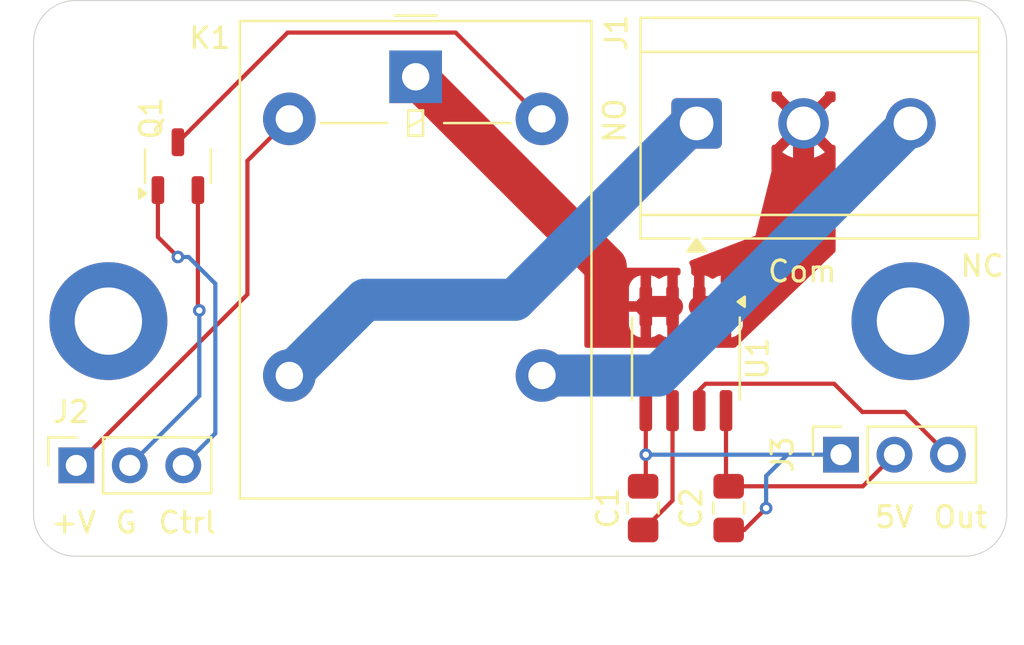
<source format=kicad_pcb>
(kicad_pcb (version 20241229) (generator "pcbnew") (generator_version "9.0")
  (layers (0 "F.Cu" signal) (2 "B.Cu" signal) (13 "F.Paste" user) (15 "B.Paste" user) (5 "F.SilkS" user "F.Silkscreen") (7 "B.SilkS" user "B.Silkscreen") (1 "F.Mask" user) (3 "B.Mask" user) (25 "Edge.Cuts" user))
  (net 0 "")
  (net 1 "Net-(U1-FILTER)")
  (net 2 "GND")
  (net 3 "Net-(J1-Pin_2)")
  (net 4 "Net-(J1-Pin_1)")
  (net 5 "Net-(J2-Pin_1)")
  (net 6 "Net-(J2-Pin_3)")
  (net 7 "GNDPWR")
  (net 8 "Net-(Q1-D)")
  (net 9 "Net-(K1-Pad1)")
  (net 10 "Net-(J1-Pin_3)")
  (net 11 "Net-(J3-Pin_2)")
  (net 12 "Net-(J3-Pin_3)")
  (footprint "MountingHole:MountingHole_3.2mm_M3_DIN965_Pad_TopBottom" (layer "F.Cu") (at 19.558 45.212)
    (property "Reference" "H1" (hide yes))
    (property "Value" "MountingHole")
    (pad "1" thru_hole circle (at 0 0) (size 3.6 3.6) (drill 3.2) (layers "*.Cu" "*.Mask"))
    (pad "1" connect circle (at 0 0) (size 5.6 5.6) (layers "F.Cu" "F.Mask"))
    (pad "1" connect circle (at 0 0) (size 5.6 5.6) (layers "B.Cu" "B.Mask"))
  )
  (footprint "Package_SO:SOIC-8_3.9x4.9mm_P1.27mm" (layer "F.Cu") (at 46.99 46.99 -90)
    (property "Reference" "U1" (at 0 -3.4 90) (layer "F.SilkS"))
    (property "Value" "ACS712xLCTR-05B")
    (fp_line (start 0 2.56) (end -1.95 2.56) (stroke (width 0.12)) (layer "F.SilkS"))
    (fp_line (start 0 2.56) (end 1.95 2.56) (stroke (width 0.12)) (layer "F.SilkS"))
    (fp_line (start 0 -2.56) (end -1.95 -2.56) (stroke (width 0.12)) (layer "F.SilkS"))
    (fp_line (start 0 -2.56) (end 1.95 -2.56) (stroke (width 0.12)) (layer "F.SilkS"))
    (fp_poly (pts (xy -2.7 -2.465) (xy -2.94 -2.795) (xy -2.46 -2.795)) (stroke (width 0.12)) (fill yes) (layer "F.SilkS"))
    (pad "1" smd roundrect (at -2.475 -1.905 270) (size 1.95 0.6) (layers "F.Cu" "F.Mask" "F.Paste") (net 3 "Net-(J1-Pin_2)"))
    (pad "2" smd roundrect (at -2.475 -0.635 270) (size 1.95 0.6) (layers "F.Cu" "F.Mask" "F.Paste") (net 3 "Net-(J1-Pin_2)"))
    (pad "3" smd roundrect (at -2.475 0.635 270) (size 1.95 0.6) (layers "F.Cu" "F.Mask" "F.Paste") (net 9 "Net-(K1-Pad1)"))
    (pad "4" smd roundrect (at -2.475 1.905 270) (size 1.95 0.6) (layers "F.Cu" "F.Mask" "F.Paste") (net 9 "Net-(K1-Pad1)"))
    (pad "5" smd roundrect (at 2.475 1.905 270) (size 1.95 0.6) (layers "F.Cu" "F.Mask" "F.Paste") (net 2 "GND"))
    (pad "6" smd roundrect (at 2.475 0.635 270) (size 1.95 0.6) (layers "F.Cu" "F.Mask" "F.Paste") (net 1 "Net-(U1-FILTER)"))
    (pad "7" smd roundrect (at 2.475 -0.635 270) (size 1.95 0.6) (layers "F.Cu" "F.Mask" "F.Paste") (net 12 "Net-(J3-Pin_3)"))
    (pad "8" smd roundrect (at 2.475 -1.905 270) (size 1.95 0.6) (layers "F.Cu" "F.Mask" "F.Paste") (net 11 "Net-(J3-Pin_2)"))
  )
  (footprint "Capacitor_SMD:C_0805_2012Metric_Pad1.18x1.45mm_HandSolder" (layer "F.Cu") (at 44.958 54.102 90)
    (property "Reference" "C1" (at 0 -1.68 90) (layer "F.SilkS"))
    (property "Value" "1nF")
    (fp_line (start -0.261252 -0.735) (end 0.261252 -0.735) (stroke (width 0.12)) (layer "F.SilkS"))
    (fp_line (start -0.261252 0.735) (end 0.261252 0.735) (stroke (width 0.12)) (layer "F.SilkS"))
    (pad "1" smd roundrect (at -1.0375 0 90) (size 1.175 1.45) (layers "F.Cu" "F.Mask" "F.Paste") (roundrect_rratio 0.212766) (net 1 "Net-(U1-FILTER)"))
    (pad "2" smd roundrect (at 1.0375 0 90) (size 1.175 1.45) (layers "F.Cu" "F.Mask" "F.Paste") (roundrect_rratio 0.212766) (net 2 "GND"))
  )
  (footprint "Connector_PinSocket_2.54mm:PinSocket_1x03_P2.54mm_Vertical" (layer "F.Cu") (at 18.034 52.07 90)
    (property "Reference" "J2" (at 2.54 -0.254 180) (layer "F.SilkS"))
    (property "Value" "Screw_Terminal_01x03")
    (fp_line (start 1.33 -1.33) (end 1.33 0) (stroke (width 0.12)) (layer "F.SilkS"))
    (fp_line (start 0 -1.33) (end 1.33 -1.33) (stroke (width 0.12)) (layer "F.SilkS"))
    (fp_line (start 1.33 1.27) (end 1.33 6.41) (stroke (width 0.12)) (layer "F.SilkS"))
    (fp_line (start -1.33 1.27) (end 1.33 1.27) (stroke (width 0.12)) (layer "F.SilkS"))
    (fp_line (start -1.33 1.27) (end -1.33 6.41) (stroke (width 0.12)) (layer "F.SilkS"))
    (fp_line (start -1.33 6.41) (end 1.33 6.41) (stroke (width 0.12)) (layer "F.SilkS"))
    (pad "1" thru_hole rect (at 0 0 90) (size 1.7 1.7) (drill 1) (layers "*.Cu" "*.Mask") (net 5 "Net-(J2-Pin_1)"))
    (pad "2" thru_hole circle (at 0 2.54 90) (size 1.7 1.7) (drill 1) (layers "*.Cu" "*.Mask") (net 7 "GNDPWR"))
    (pad "3" thru_hole circle (at 0 5.08 90) (size 1.7 1.7) (drill 1) (layers "*.Cu" "*.Mask") (net 6 "Net-(J2-Pin_3)"))
  )
  (footprint "Relay_THT:Relay_SPDT_Omron-G5LE-1" (layer "F.Cu") (at 34.154 33.597)
    (property "Reference" "K1" (at -9.77 -1.847 0) (layer "F.SilkS"))
    (property "Value" "G5LE-1")
    (fp_line (start -8.35 -2.65) (end -8.35 20.05) (stroke (width 0.12)) (layer "F.SilkS"))
    (fp_line (start -8.35 20.05) (end 8.35 20.05) (stroke (width 0.12)) (layer "F.SilkS"))
    (fp_line (start -4.5 2.2) (end -1.35 2.2) (stroke (width 0.12)) (layer "F.SilkS"))
    (fp_line (start -1 -2.91) (end 1 -2.91) (stroke (width 0.12)) (layer "F.SilkS"))
    (fp_line (start -0.35 1.6) (end -0.35 2.8) (stroke (width 0.12)) (layer "F.SilkS"))
    (fp_line (start -0.35 2.4) (end 0.35 2) (stroke (width 0.12)) (layer "F.SilkS"))
    (fp_line (start -0.35 2.8) (end 0.35 2.8) (stroke (width 0.12)) (layer "F.SilkS"))
    (fp_line (start 0.35 1.6) (end -0.35 1.6) (stroke (width 0.12)) (layer "F.SilkS"))
    (fp_line (start 0.35 2.8) (end 0.35 1.6) (stroke (width 0.12)) (layer "F.SilkS"))
    (fp_line (start 1.35 2.2) (end 4.5 2.2) (stroke (width 0.12)) (layer "F.SilkS"))
    (fp_line (start 8.35 -2.65) (end -8.35 -2.65) (stroke (width 0.12)) (layer "F.SilkS"))
    (fp_line (start 8.35 20.05) (end 8.35 -2.65) (stroke (width 0.12)) (layer "F.SilkS"))
    (pad "1" thru_hole rect (at 0 0) (size 2.5 2.5) (drill 1.3) (layers "*.Cu" "*.Mask") (net 9 "Net-(K1-Pad1)"))
    (pad "2" thru_hole oval (at -6 2) (size 2.5 2.5) (drill 1.3) (layers "*.Cu" "*.Mask") (net 5 "Net-(J2-Pin_1)"))
    (pad "3" thru_hole oval (at -6 14.2) (size 2.5 2.5) (drill 1.3) (layers "*.Cu" "*.Mask") (net 4 "Net-(J1-Pin_1)"))
    (pad "4" thru_hole oval (at 6 14.2) (size 2.5 2.5) (drill 1.3) (layers "*.Cu" "*.Mask") (net 10 "Net-(J1-Pin_3)"))
    (pad "5" thru_hole oval (at 6 2) (size 2.5 2.5) (drill 1.3) (layers "*.Cu" "*.Mask") (net 8 "Net-(Q1-D)"))
  )
  (footprint "MountingHole:MountingHole_3.2mm_M3_DIN965_Pad_TopBottom" (layer "F.Cu") (at 57.658 45.212)
    (property "Reference" "H2" (hide yes))
    (property "Value" "MountingHole")
    (pad "1" thru_hole circle (at 0 0) (size 3.6 3.6) (drill 3.2) (layers "*.Cu" "*.Mask"))
    (pad "1" connect circle (at 0 0) (size 5.6 5.6) (layers "F.Cu" "F.Mask"))
    (pad "1" connect circle (at 0 0) (size 5.6 5.6) (layers "B.Cu" "B.Mask"))
  )
  (footprint "Connector_PinSocket_2.54mm:PinSocket_1x03_P2.54mm_Vertical" (layer "F.Cu") (at 54.356 51.562 90)
    (property "Reference" "J3" (at 0 -2.77 90) (layer "F.SilkS"))
    (property "Value" "Screw_Terminal_01x03")
    (fp_line (start 1.33 -1.33) (end 1.33 0) (stroke (width 0.12)) (layer "F.SilkS"))
    (fp_line (start 0 -1.33) (end 1.33 -1.33) (stroke (width 0.12)) (layer "F.SilkS"))
    (fp_line (start 1.33 1.27) (end 1.33 6.41) (stroke (width 0.12)) (layer "F.SilkS"))
    (fp_line (start -1.33 1.27) (end 1.33 1.27) (stroke (width 0.12)) (layer "F.SilkS"))
    (fp_line (start -1.33 1.27) (end -1.33 6.41) (stroke (width 0.12)) (layer "F.SilkS"))
    (fp_line (start -1.33 6.41) (end 1.33 6.41) (stroke (width 0.12)) (layer "F.SilkS"))
    (pad "1" thru_hole rect (at 0 0 90) (size 1.7 1.7) (drill 1) (layers "*.Cu" "*.Mask") (net 2 "GND"))
    (pad "2" thru_hole circle (at 0 2.54 90) (size 1.7 1.7) (drill 1) (layers "*.Cu" "*.Mask") (net 11 "Net-(J3-Pin_2)"))
    (pad "3" thru_hole circle (at 0 5.08 90) (size 1.7 1.7) (drill 1) (layers "*.Cu" "*.Mask") (net 12 "Net-(J3-Pin_3)"))
  )
  (footprint "Package_TO_SOT_SMD:SOT-23-3" (layer "F.Cu") (at 22.86 37.846 90)
    (property "Reference" "Q1" (at 2.286 -1.27 90) (layer "F.SilkS"))
    (property "Value" "NMOS")
    (fp_line (start 0 -1.56) (end 0.8 -1.56) (stroke (width 0.12)) (layer "F.SilkS"))
    (fp_line (start 0 -1.56) (end -0.8 -1.56) (stroke (width 0.12)) (layer "F.SilkS"))
    (fp_line (start 0 1.56) (end 0.8 1.56) (stroke (width 0.12)) (layer "F.SilkS"))
    (fp_line (start 0 1.56) (end -0.8 1.56) (stroke (width 0.12)) (layer "F.SilkS"))
    (fp_poly (pts (xy -1.3 -1.51) (xy -1.54 -1.84) (xy -1.06 -1.84)) (stroke (width 0.12)) (fill yes) (layer "F.SilkS"))
    (pad "1" smd roundrect (at -1.1375 -0.95 90) (size 1.325 0.6) (layers "F.Cu" "F.Mask" "F.Paste") (net 6 "Net-(J2-Pin_3)"))
    (pad "2" smd roundrect (at -1.1375 0.95 90) (size 1.325 0.6) (layers "F.Cu" "F.Mask" "F.Paste") (net 7 "GNDPWR"))
    (pad "3" smd roundrect (at 1.1375 0 90) (size 1.325 0.6) (layers "F.Cu" "F.Mask" "F.Paste") (net 8 "Net-(Q1-D)"))
  )
  (footprint "TerminalBlock_CUI:TerminalBlock_CUI_TB007-508-03_1x03_P5.08mm_Horizontal" (layer "F.Cu") (at 47.498 35.814)
    (property "Reference" "J1" (at -3.81 -4.318 90) (layer "F.SilkS"))
    (property "Value" "Screw_Terminal_01x03")
    (fp_line (start -2.66 -5.02) (end 13.42 -5.02) (stroke (width 0.12)) (layer "F.SilkS"))
    (fp_line (start -2.66 -3.4) (end 13.42 -3.4) (stroke (width 0.12)) (layer "F.SilkS"))
    (fp_line (start -2.66 4.35) (end 13.42 4.35) (stroke (width 0.12)) (layer "F.SilkS"))
    (fp_line (start -2.66 5.47) (end -2.66 -5.02) (stroke (width 0.12)) (layer "F.SilkS"))
    (fp_line (start -0.3 5.47) (end -2.66 5.47) (stroke (width 0.12)) (layer "F.SilkS"))
    (fp_line (start 13.42 -5.02) (end 13.42 5.47) (stroke (width 0.12)) (layer "F.SilkS"))
    (fp_line (start 13.42 5.47) (end 0.3 5.47) (stroke (width 0.12)) (layer "F.SilkS"))
    (fp_poly (pts (xy 0 5.47) (xy 0.44 6.08) (xy -0.44 6.08)) (stroke (width 0.12)) (fill yes) (layer "F.SilkS"))
    (pad "1" thru_hole roundrect (at 0 0) (size 2.4 2.4) (drill 1.6) (layers "*.Cu" "*.Mask") (roundrect_rratio 0.104167) (net 4 "Net-(J1-Pin_1)"))
    (pad "2" thru_hole circle (at 5.08 0) (size 2.4 2.4) (drill 1.6) (layers "*.Cu" "*.Mask") (net 3 "Net-(J1-Pin_2)"))
    (pad "3" thru_hole circle (at 10.16 0) (size 2.4 2.4) (drill 1.6) (layers "*.Cu" "*.Mask") (net 10 "Net-(J1-Pin_3)"))
  )
  (footprint "Capacitor_SMD:C_0805_2012Metric_Pad1.18x1.45mm_HandSolder" (layer "F.Cu") (at 49.022 54.102 -90)
    (property "Reference" "C2" (at 0 1.778 90) (layer "F.SilkS"))
    (property "Value" "0.1uF")
    (fp_line (start -0.261252 0.735) (end 0.261252 0.735) (stroke (width 0.12)) (layer "F.SilkS"))
    (fp_line (start -0.261252 -0.735) (end 0.261252 -0.735) (stroke (width 0.12)) (layer "F.SilkS"))
    (pad "1" smd roundrect (at -1.0375 0 270) (size 1.175 1.45) (layers "F.Cu" "F.Mask" "F.Paste") (roundrect_rratio 0.212766) (net 11 "Net-(J3-Pin_2)"))
    (pad "2" smd roundrect (at 1.0375 0 270) (size 1.175 1.45) (layers "F.Cu" "F.Mask" "F.Paste") (roundrect_rratio 0.212766) (net 2 "GND"))
  )
  (gr_line (start 60.23 56.388) (end 18.002 56.388) (stroke (width 0.05)) (layer "Edge.Cuts"))
  (gr_line (start 62.23 31.972) (end 62.23 54.388) (stroke (width 0.05)) (layer "Edge.Cuts"))
  (gr_arc (start 18.002 56.388) (mid 16.587786 55.802214) (end 16.002 54.388) (stroke (width 0.05)) (layer "Edge.Cuts"))
  (gr_arc (start 16.002 31.972) (mid 16.587786 30.557786) (end 18.002 29.972) (stroke (width 0.05)) (layer "Edge.Cuts"))
  (gr_line (start 18.002 29.972) (end 60.23 29.972) (stroke (width 0.05)) (layer "Edge.Cuts"))
  (gr_arc (start 62.23 54.388) (mid 61.644214 55.802214) (end 60.23 56.388) (stroke (width 0.05)) (layer "Edge.Cuts"))
  (gr_line (start 16.002 54.388) (end 16.002 31.972) (stroke (width 0.05)) (layer "Edge.Cuts"))
  (gr_arc (start 60.23 29.972) (mid 61.644214 30.557786) (end 62.23 31.972) (stroke (width 0.05)) (layer "Edge.Cuts"))
  (gr_text "5V" (at 55.88 55.118 0) (layer "F.SilkS") (effects (font (size 1 1)) (justify left bottom)))
  (gr_text "NO" (at 44.196 36.83 90) (layer "F.SilkS") (effects (font (size 1 1)) (justify left bottom)))
  (gr_text "Ctrl\n" (at 21.844 55.372 0) (layer "F.SilkS") (effects (font (size 1 1)) (justify left bottom)))
  (gr_text "Out" (at 58.674 55.118 0) (layer "F.SilkS") (effects (font (size 1 1)) (justify left bottom)))
  (gr_text "G" (at 19.812 55.372 0) (layer "F.SilkS") (effects (font (size 1 1)) (justify left bottom)))
  (gr_text "Com" (at 50.8 43.434 0) (layer "F.SilkS") (effects (font (size 1 1)) (justify left bottom)))
  (gr_text "NC" (at 59.944 43.18 0) (layer "F.SilkS") (effects (font (size 1 1)) (justify left bottom)))
  (gr_text "+V" (at 16.764 55.372 0) (layer "F.SilkS") (effects (font (size 1 1)) (justify left bottom)))
  (segment (start 46.355 53.7425) (end 46.355 49.465) (width 0.2) (layer "F.Cu") (net 1))
  (segment (start 44.958 55.1395) (end 46.355 53.7425) (width 0.2) (layer "F.Cu") (net 1))
  (segment (start 45.085 51.562) (end 45.085 52.9375) (width 0.2) (layer "F.Cu") (net 2))
  (segment (start 50.8 54.102) (end 49.7625 55.1395) (width 0.2) (layer "F.Cu") (net 2))
  (segment (start 49.7625 55.1395) (end 49.022 55.1395) (width 0.2) (layer "F.Cu") (net 2))
  (segment (start 45.085 52.9375) (end 44.958 53.0645) (width 0.2) (layer "F.Cu") (net 2))
  (segment (start 45.085 49.465) (end 45.085 51.562) (width 0.2) (layer "F.Cu") (net 2))
  (via (at 50.8 54.102) (size 0.6) (drill 0.3) (layers "F.Cu" "B.Cu") (net 2))
  (via (at 45.085 51.562) (size 0.6) (drill 0.3) (layers "F.Cu" "B.Cu") (net 2))
  (segment (start 50.8 54.102) (end 50.8 52.578) (width 0.2) (layer "B.Cu") (net 2))
  (segment (start 50.8 52.578) (end 51.816 51.562) (width 0.2) (layer "B.Cu") (net 2))
  (segment (start 45.085 51.562) (end 51.816 51.562) (width 0.2) (layer "B.Cu") (net 2))
  (segment (start 51.816 51.562) (end 54.356 51.562) (width 0.2) (layer "B.Cu") (net 2))
  (segment (start 47.625 44.515) (end 48.895 44.515) (width 1) (layer "F.Cu") (net 3))
  (segment (start 52.578 40.832) (end 52.578 35.814) (width 1) (layer "F.Cu") (net 3))
  (segment (start 48.895 44.515) (end 52.578 40.832) (width 1) (layer "F.Cu") (net 3))
  (segment (start 31.755 44.196) (end 38.862 44.196) (width 2) (layer "B.Cu") (net 4))
  (segment (start 28.154 47.797) (end 31.755 44.196) (width 2) (layer "B.Cu") (net 4))
  (segment (start 47.244 35.814) (end 47.498 35.814) (width 2) (layer "B.Cu") (net 4))
  (segment (start 38.862 44.196) (end 47.244 35.814) (width 2) (layer "B.Cu") (net 4))
  (segment (start 18.034 52.07) (end 26.162 43.942) (width 0.2) (layer "F.Cu") (net 5))
  (segment (start 26.162 37.589) (end 28.154 35.597) (width 0.2) (layer "F.Cu") (net 5))
  (segment (start 26.162 43.942) (end 26.162 37.589) (width 0.2) (layer "F.Cu") (net 5))
  (segment (start 21.91 41.214) (end 22.86 42.164) (width 0.2) (layer "F.Cu") (net 6))
  (segment (start 21.91 38.9835) (end 21.91 41.214) (width 0.2) (layer "F.Cu") (net 6))
  (via (at 22.86 42.164) (size 0.6) (drill 0.3) (layers "F.Cu" "B.Cu") (net 6))
  (segment (start 22.86 42.164) (end 23.368 42.164) (width 0.2) (layer "B.Cu") (net 6))
  (segment (start 23.368 42.164) (end 24.638 43.434) (width 0.2) (layer "B.Cu") (net 6))
  (segment (start 24.638 50.546) (end 23.114 52.07) (width 0.2) (layer "B.Cu") (net 6))
  (segment (start 24.638 43.434) (end 24.638 50.546) (width 0.2) (layer "B.Cu") (net 6))
  (segment (start 23.81 44.638) (end 23.876 44.704) (width 0.2) (layer "F.Cu") (net 7))
  (segment (start 23.81 38.9835) (end 23.81 44.638) (width 0.2) (layer "F.Cu") (net 7))
  (via (at 23.876 44.704) (size 0.6) (drill 0.3) (layers "F.Cu" "B.Cu") (net 7))
  (segment (start 23.876 48.768) (end 23.876 44.704) (width 0.2) (layer "B.Cu") (net 7))
  (segment (start 20.574 52.07) (end 23.876 48.768) (width 0.2) (layer "B.Cu") (net 7))
  (segment (start 36.053 31.496) (end 40.154 35.597) (width 0.2) (layer "F.Cu") (net 8))
  (segment (start 28.0725 31.496) (end 36.053 31.496) (width 0.2) (layer "F.Cu") (net 8))
  (segment (start 22.86 36.7085) (end 28.0725 31.496) (width 0.2) (layer "F.Cu") (net 8))
  (segment (start 45.085 44.515) (end 46.355 44.515) (width 1) (layer "F.Cu") (net 9))
  (segment (start 34.154 33.597) (end 34.167 33.597) (width 1) (layer "F.Cu") (net 9))
  (segment (start 43.18 42.61) (end 43.18 43.434) (width 2) (layer "F.Cu") (net 9))
  (segment (start 34.167 33.597) (end 43.18 42.61) (width 2) (layer "F.Cu") (net 9))
  (segment (start 45.675 47.797) (end 57.658 35.814) (width 2) (layer "B.Cu") (net 10))
  (segment (start 45.675 47.797) (end 40.154 47.797) (width 2) (layer "B.Cu") (net 10))
  (segment (start 56.896 51.562) (end 55.3935 53.0645) (width 0.2) (layer "F.Cu") (net 11))
  (segment (start 48.895 52.9375) (end 49.022 53.0645) (width 0.2) (layer "F.Cu") (net 11))
  (segment (start 55.3935 53.0645) (end 49.022 53.0645) (width 0.2) (layer "F.Cu") (net 11))
  (segment (start 48.895 49.465) (end 48.895 52.9375) (width 0.2) (layer "F.Cu") (net 11))
  (segment (start 59.436 51.562) (end 57.404 49.53) (width 0.2) (layer "F.Cu") (net 12))
  (segment (start 47.926001 48.189) (end 47.625 48.490001) (width 0.2) (layer "F.Cu") (net 12))
  (segment (start 57.404 49.53) (end 55.372 49.53) (width 0.2) (layer "F.Cu") (net 12))
  (segment (start 47.625 48.490001) (end 47.625 49.465) (width 0.2) (layer "F.Cu") (net 12))
  (segment (start 54.031 48.189) (end 47.926001 48.189) (width 0.2) (layer "F.Cu") (net 12))
  (segment (start 55.372 49.53) (end 54.031 48.189) (width 0.2) (layer "F.Cu") (net 12))
  (zone (net 9) (net_name "Net-(K1-Pad1)") (layer "F.Cu") (priority 1) (connect_pads (clearance 0.5)) (min_thickness 0.25) (fill yes (thermal_gap 0.5) (thermal_bridge_width 0.5))
    (polygon (pts (xy 46.736 46.482) (xy 42.164 46.482) (xy 42.164 42.672) (xy 46.736 42.672)))
  )
  (zone (net 3) (net_name "Net-(J1-Pin_2)") (layer "F.Cu") (connect_pads (clearance 0.5)) (min_thickness 0.25) (fill yes (thermal_gap 0.5) (thermal_bridge_width 0.5))
    (polygon (pts (xy 54.102 34.29) (xy 54.102 41.91) (xy 49.320824 46.482) (xy 46.99 46.482) (xy 46.99 42.418) (xy 50.292 41.148) (xy 51.054 38.1) (xy 51.054 34.29)))
  )
)
</source>
